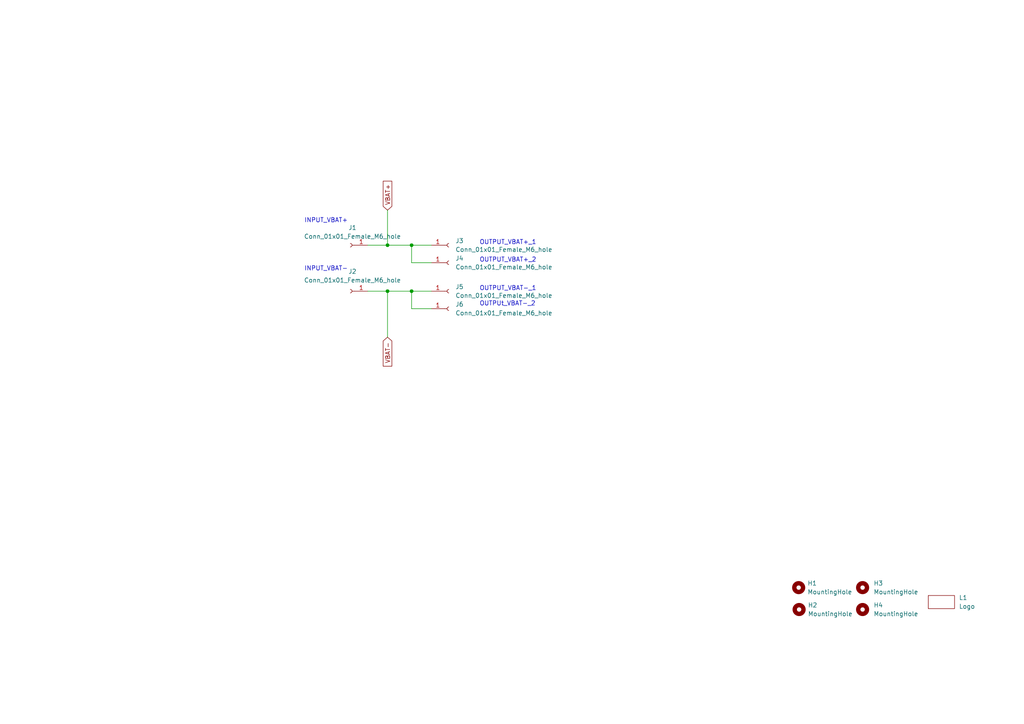
<source format=kicad_sch>
(kicad_sch (version 20211123) (generator eeschema)
  (paper "A4")
  (lib_symbols
    (symbol "Connector:Conn_01x01_Female" (pin_names (offset 1.016) hide)
      (property "Reference" "J" (at 0 2.54 0))
      (property "Value" "Conn_01x01_Female" (at 0 -2.54 0))
      (symbol "Conn_01x01_Female_1_1"
        (polyline (pts (xy -1.27 0) (xy -0.508 0)) (stroke (width 0.1524)))
        (arc (start 0 0.508) (mid -0.508 0) (end 0 -0.508) (stroke (width 0.1524)))
        (pin passive line (at -5.08 0 0) (length 3.81) (name "Pin_1") (number "1"))
      )
    )
    (symbol "Mechanical:MountingHole" (pin_names (offset 1.016))
      (property "Reference" "H" (at 0 5.08 0))
      (property "Value" "MountingHole" (at 0 3.175 0))
      (symbol "MountingHole_0_1"
        (circle (center 0 0) (radius 1.27) (stroke (width 1.27)))
      )
    )
    (symbol "kicad_teTra_library-1:Logo" (pin_names (offset 1.016))
      (property "Reference" "L" (at 0 5.08 0))
      (property "Value" "Logo" (at 0 1.27 0))
      (symbol "Logo_0_1"
        (rectangle (start -3.81 3.81) (end 3.81 0))
      )
    )
  )
  (junction (at 112.395 84.455))
  (junction (at 112.395 71.12))
  (junction (at 119.38 71.12))
  (junction (at 119.38 84.455))
  (wire (pts (xy 119.38 89.535) (xy 119.38 84.455)))
  (wire (pts (xy 125.095 89.535) (xy 119.38 89.535)))
  (wire (pts (xy 119.38 84.455) (xy 125.095 84.455)))
  (wire (pts (xy 112.395 60.96) (xy 112.395 71.12)))
  (wire (pts (xy 125.095 76.2) (xy 119.38 76.2)))
  (wire (pts (xy 112.395 84.455) (xy 112.395 97.79)))
  (wire (pts (xy 106.68 71.12) (xy 112.395 71.12)))
  (wire (pts (xy 106.68 84.455) (xy 112.395 84.455)))
  (wire (pts (xy 112.395 71.12) (xy 119.38 71.12)))
  (wire (pts (xy 119.38 76.2) (xy 119.38 71.12)))
  (wire (pts (xy 112.395 84.455) (xy 119.38 84.455)))
  (wire (pts (xy 119.38 71.12) (xy 125.095 71.12)))
  (text "INPUT_VBAT-" (at 88.265 78.74 0) (effects (font (size 1.27 1.27)) (justify left bottom)))
  (text "OUTPUT_VBAT+_2" (at 139.065 76.2 0) (effects (font (size 1.27 1.27)) (justify left bottom)))
  (text "INPUT_VBAT+" (at 88.265 64.77 0) (effects (font (size 1.27 1.27)) (justify left bottom)))
  (text "OUTPUT_VBAT+_1" (at 139.065 71.12 0) (effects (font (size 1.27 1.27)) (justify left bottom)))
  (text "OUTPUt_VBAT-_2" (at 139.065 88.9 0) (effects (font (size 1.27 1.27)) (justify left bottom)))
  (text "OUTPUT_VBAT-_1" (at 139.065 84.455 0) (effects (font (size 1.27 1.27)) (justify left bottom)))
  (global_label "VBAT+" (shape input) (at 112.395 60.96 90) (property "Intersheet References" "${INTERSHEET_REFS}" (effects hide)))
  (global_label "VBAT-" (shape input) (at 112.395 97.79 270) (property "Intersheet References" "${INTERSHEET_REFS}" (effects hide)))
  (symbol (lib_id "Connector:Conn_01x01_Female") (at 130.175 89.535 0) (unit 1)
    (property "Reference" "J6" (at 132.08 88.2649 0) (effects (justify left)))
    (property "Value" "Conn_01x01_Female_M6_hole" (at 132.08 90.8049 0) (effects (justify left)))
    (property "Footprint" "MountingHole:MountingHole_6.4mm_M6_Pad_TopBottom" (effects hide))
  )
  (symbol (lib_id "Mechanical:MountingHole") (at 231.775 176.784 0) (unit 1)
    (property "Reference" "H2" (at 234.315 175.5139 0) (effects (justify left)))
    (property "Value" "MountingHole" (at 234.315 178.0539 0) (effects (justify left)))
    (property "Footprint" "MountingHole:MountingHole_3.2mm_M3_ISO7380" (effects hide))
  )
  (symbol (lib_id "kicad_teTra_library-1:Logo") (at 273.05 176.53 0) (unit 1)
    (property "Reference" "L1" (at 278.13 173.3549 0) (effects (justify left)))
    (property "Value" "Logo" (at 278.13 175.8949 0) (effects (justify left)))
    (property "Footprint" "kicad_teTra_footprint:teTra-logo" (effects hide))
  )
  (symbol (lib_id "Connector:Conn_01x01_Female") (at 130.175 76.2 0) (unit 1)
    (property "Reference" "J4" (at 132.08 74.9299 0) (effects (justify left)))
    (property "Value" "Conn_01x01_Female_M6_hole" (at 132.08 77.4699 0) (effects (justify left)))
    (property "Footprint" "MountingHole:MountingHole_6.4mm_M6_Pad_TopBottom" (effects hide))
  )
  (symbol (lib_id "Connector:Conn_01x01_Female") (at 130.175 84.455 0) (unit 1)
    (property "Reference" "J5" (at 132.08 83.1849 0) (effects (justify left)))
    (property "Value" "Conn_01x01_Female_M6_hole" (at 132.08 85.7249 0) (effects (justify left)))
    (property "Footprint" "MountingHole:MountingHole_6.4mm_M6_Pad_TopBottom" (effects hide))
  )
  (symbol (lib_id "Mechanical:MountingHole") (at 250.19 170.434 0) (unit 1)
    (property "Reference" "H3" (at 253.365 169.1639 0) (effects (justify left)))
    (property "Value" "MountingHole" (at 253.365 171.7039 0) (effects (justify left)))
    (property "Footprint" "MountingHole:MountingHole_3.2mm_M3_ISO7380" (effects hide))
  )
  (symbol (lib_id "Connector:Conn_01x01_Female") (at 101.6 84.455 180) (unit 1)
    (property "Reference" "J2" (at 102.235 78.74 0))
    (property "Value" "Conn_01x01_Female_M6_hole" (at 102.235 81.28 0))
    (property "Footprint" "MountingHole:MountingHole_6.4mm_M6_Pad_TopBottom" (effects hide))
  )
  (symbol (lib_id "Mechanical:MountingHole") (at 231.648 170.434 0) (unit 1)
    (property "Reference" "H1" (at 234.188 169.1639 0) (effects (justify left)))
    (property "Value" "MountingHole" (at 234.188 171.7039 0) (effects (justify left)))
    (property "Footprint" "MountingHole:MountingHole_3.2mm_M3_ISO7380" (effects hide))
  )
  (symbol (lib_id "Connector:Conn_01x01_Female") (at 130.175 71.12 0) (unit 1)
    (property "Reference" "J3" (at 132.08 69.8499 0) (effects (justify left)))
    (property "Value" "Conn_01x01_Female_M6_hole" (at 132.08 72.3899 0) (effects (justify left)))
    (property "Footprint" "MountingHole:MountingHole_6.4mm_M6_Pad_TopBottom" (effects hide))
  )
  (symbol (lib_id "Mechanical:MountingHole") (at 250.19 176.784 0) (unit 1)
    (property "Reference" "H4" (at 253.365 175.5139 0) (effects (justify left)))
    (property "Value" "MountingHole" (at 253.365 178.0539 0) (effects (justify left)))
    (property "Footprint" "MountingHole:MountingHole_3.2mm_M3_ISO7380" (effects hide))
  )
  (symbol (lib_id "Connector:Conn_01x01_Female") (at 101.6 71.12 180) (unit 1)
    (property "Reference" "J1" (at 102.235 66.04 0))
    (property "Value" "Conn_01x01_Female_M6_hole" (at 102.235 68.58 0))
    (property "Footprint" "MountingHole:MountingHole_6.4mm_M6_Pad_TopBottom" (effects hide))
  )
)
</source>
